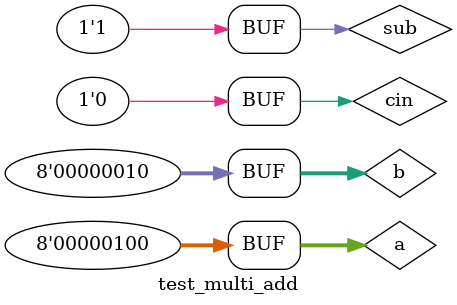
<source format=v>
module test_multi_add;
   parameter S = 3;

   reg [2**S-1:0] a, b;
   reg 	     cin, sub;
   wire [2**S-1:0] s;
   wire       cout;

   multi_add #(.S(S))multi_add0(a, b, cin, sub, s, cout);

   initial
     begin
	$dumpfile("build/alu/arithm/signal/signal_multi_add.vcd");
	$dumpvars;
	$display("\t\ttime,\ta,\tb, \tcin, \tsub,\ts,\tcout");
	$monitor("%d \t%d \t%d \t%b \t%b \t%d \t%b", $time, a, b, cin, sub, s, cout);

	a = 0;
	b = 255;
	cin = 0;
	sub = 0;
	#100;
	sub = 1;
	#100;
	b = 2;
	#100;
	a = 4;
     end
   
endmodule // test_multi_add

</source>
